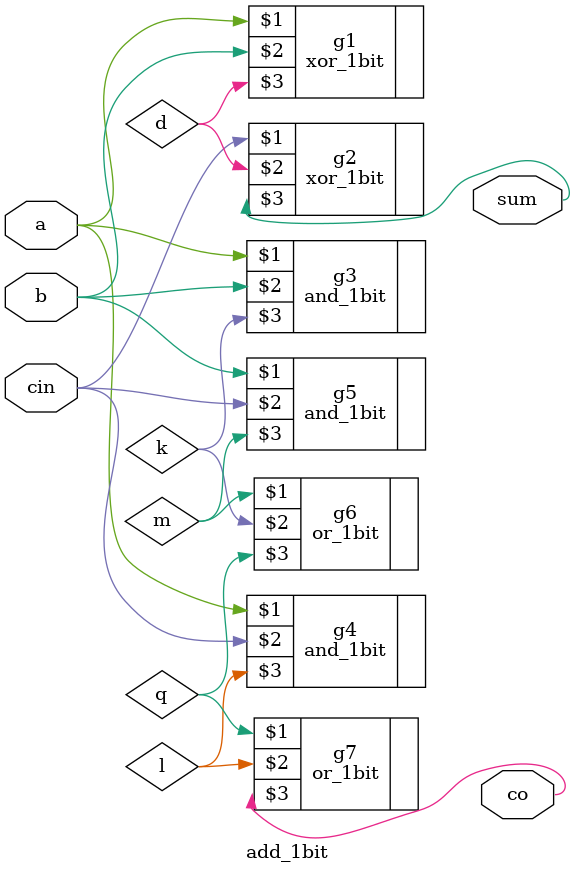
<source format=v>
`timescale 1ns / 1ps


module add_1bit(
  input a,
  input b,
  input cin,
  output sum,
  output co);

  xor_1bit g1(a,b, d);
  xor_1bit g2(cin, d,sum);

  and_1bit g3(a, b,k);
  and_1bit g4(a, cin,l);
  and_1bit g5(b, cin,m);
  
  or_1bit g6(m, k, q);
  or_1bit g7(q, l,co);

endmodule
</source>
